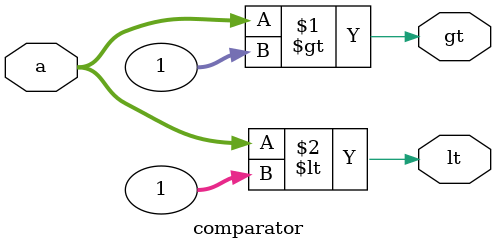
<source format=sv>

module comparator #(parameter N = 10, M = 1)
                   (input  logic [N-1:0] a,
                    output logic gt, lt);
						  
  assign gt  = (a > M);
  assign lt  = (a < M);
endmodule

</source>
